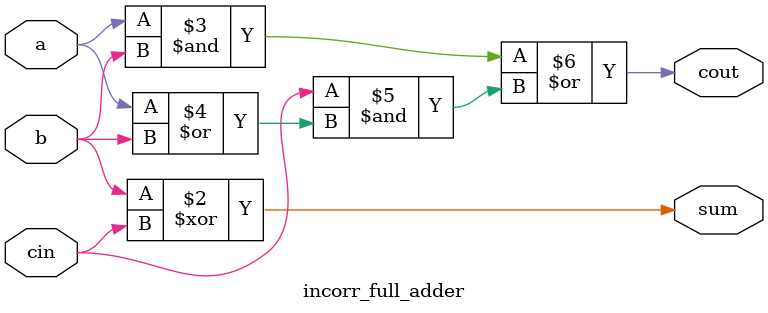
<source format=v>
module incorr_full_adder(a,b,cin,sum,cout);
input a,b,cin;
output sum,cout;
assign sum = 1'b0^b^cin;
assign cout = a&b|cin&(a|b); 
// initial begin
//     $display("The incorrect adder with xor0 having in1/0");
// end   
endmodule

</source>
